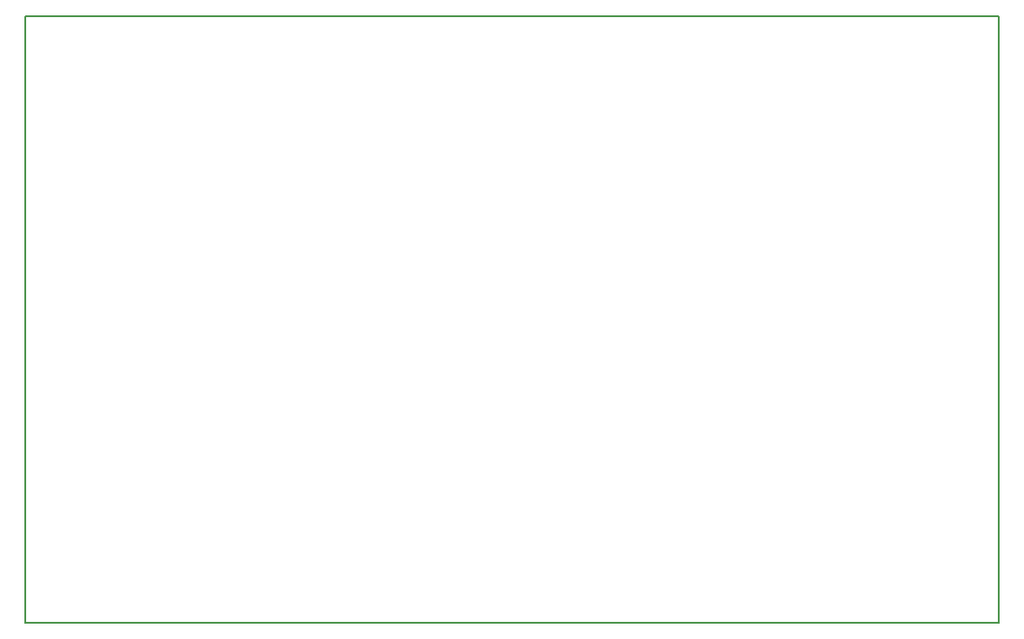
<source format=gm1>
G04 #@! TF.FileFunction,Profile,NP*
%FSLAX46Y46*%
G04 Gerber Fmt 4.6, Leading zero omitted, Abs format (unit mm)*
G04 Created by KiCad (PCBNEW 4.0.6) date Saturday, February 10, 2018 'AMt' 10:41:33 AM*
%MOMM*%
%LPD*%
G01*
G04 APERTURE LIST*
%ADD10C,0.100000*%
%ADD11C,0.150000*%
G04 APERTURE END LIST*
D10*
D11*
X103632000Y-22987000D02*
X195072000Y-22987000D01*
X103632000Y-80010000D02*
X195072000Y-80010000D01*
X103632000Y-22987000D02*
X103632000Y-80010000D01*
X195072000Y-22987000D02*
X195072000Y-80010000D01*
M02*

</source>
